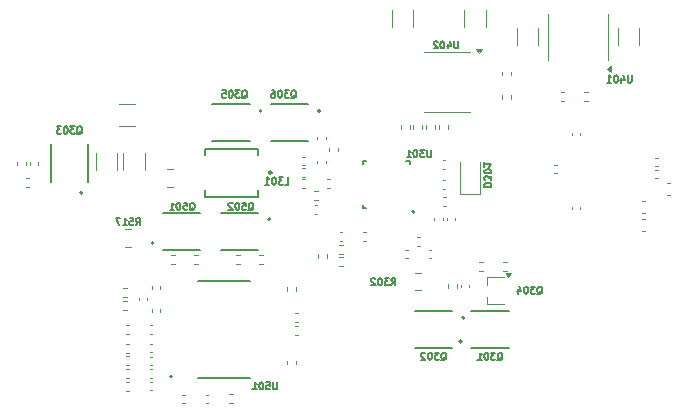
<source format=gbr>
%TF.GenerationSoftware,KiCad,Pcbnew,8.0.3*%
%TF.CreationDate,2024-09-21T22:38:29+02:00*%
%TF.ProjectId,Battery_pack,42617474-6572-4795-9f70-61636b2e6b69,1.0*%
%TF.SameCoordinates,Original*%
%TF.FileFunction,Legend,Bot*%
%TF.FilePolarity,Positive*%
%FSLAX46Y46*%
G04 Gerber Fmt 4.6, Leading zero omitted, Abs format (unit mm)*
G04 Created by KiCad (PCBNEW 8.0.3) date 2024-09-21 22:38:29*
%MOMM*%
%LPD*%
G01*
G04 APERTURE LIST*
%ADD10C,0.150000*%
%ADD11C,0.120000*%
%ADD12C,0.127000*%
%ADD13C,0.200000*%
%ADD14C,0.250000*%
G04 APERTURE END LIST*
D10*
X128333371Y-129793971D02*
X128333371Y-130279685D01*
X128333371Y-130279685D02*
X128304800Y-130336828D01*
X128304800Y-130336828D02*
X128276229Y-130365400D01*
X128276229Y-130365400D02*
X128219086Y-130393971D01*
X128219086Y-130393971D02*
X128104800Y-130393971D01*
X128104800Y-130393971D02*
X128047657Y-130365400D01*
X128047657Y-130365400D02*
X128019086Y-130336828D01*
X128019086Y-130336828D02*
X127990514Y-130279685D01*
X127990514Y-130279685D02*
X127990514Y-129793971D01*
X127419086Y-129793971D02*
X127704800Y-129793971D01*
X127704800Y-129793971D02*
X127733372Y-130079685D01*
X127733372Y-130079685D02*
X127704800Y-130051114D01*
X127704800Y-130051114D02*
X127647658Y-130022542D01*
X127647658Y-130022542D02*
X127504800Y-130022542D01*
X127504800Y-130022542D02*
X127447658Y-130051114D01*
X127447658Y-130051114D02*
X127419086Y-130079685D01*
X127419086Y-130079685D02*
X127390515Y-130136828D01*
X127390515Y-130136828D02*
X127390515Y-130279685D01*
X127390515Y-130279685D02*
X127419086Y-130336828D01*
X127419086Y-130336828D02*
X127447658Y-130365400D01*
X127447658Y-130365400D02*
X127504800Y-130393971D01*
X127504800Y-130393971D02*
X127647658Y-130393971D01*
X127647658Y-130393971D02*
X127704800Y-130365400D01*
X127704800Y-130365400D02*
X127733372Y-130336828D01*
X127019086Y-129793971D02*
X126961943Y-129793971D01*
X126961943Y-129793971D02*
X126904800Y-129822542D01*
X126904800Y-129822542D02*
X126876229Y-129851114D01*
X126876229Y-129851114D02*
X126847657Y-129908257D01*
X126847657Y-129908257D02*
X126819086Y-130022542D01*
X126819086Y-130022542D02*
X126819086Y-130165400D01*
X126819086Y-130165400D02*
X126847657Y-130279685D01*
X126847657Y-130279685D02*
X126876229Y-130336828D01*
X126876229Y-130336828D02*
X126904800Y-130365400D01*
X126904800Y-130365400D02*
X126961943Y-130393971D01*
X126961943Y-130393971D02*
X127019086Y-130393971D01*
X127019086Y-130393971D02*
X127076229Y-130365400D01*
X127076229Y-130365400D02*
X127104800Y-130336828D01*
X127104800Y-130336828D02*
X127133371Y-130279685D01*
X127133371Y-130279685D02*
X127161943Y-130165400D01*
X127161943Y-130165400D02*
X127161943Y-130022542D01*
X127161943Y-130022542D02*
X127133371Y-129908257D01*
X127133371Y-129908257D02*
X127104800Y-129851114D01*
X127104800Y-129851114D02*
X127076229Y-129822542D01*
X127076229Y-129822542D02*
X127019086Y-129793971D01*
X126247657Y-130393971D02*
X126590514Y-130393971D01*
X126419085Y-130393971D02*
X126419085Y-129793971D01*
X126419085Y-129793971D02*
X126476228Y-129879685D01*
X126476228Y-129879685D02*
X126533371Y-129936828D01*
X126533371Y-129936828D02*
X126590514Y-129965400D01*
X125901371Y-115236514D02*
X125958514Y-115207942D01*
X125958514Y-115207942D02*
X126015657Y-115150800D01*
X126015657Y-115150800D02*
X126101371Y-115065085D01*
X126101371Y-115065085D02*
X126158514Y-115036514D01*
X126158514Y-115036514D02*
X126215657Y-115036514D01*
X126187086Y-115179371D02*
X126244229Y-115150800D01*
X126244229Y-115150800D02*
X126301371Y-115093657D01*
X126301371Y-115093657D02*
X126329943Y-114979371D01*
X126329943Y-114979371D02*
X126329943Y-114779371D01*
X126329943Y-114779371D02*
X126301371Y-114665085D01*
X126301371Y-114665085D02*
X126244229Y-114607942D01*
X126244229Y-114607942D02*
X126187086Y-114579371D01*
X126187086Y-114579371D02*
X126072800Y-114579371D01*
X126072800Y-114579371D02*
X126015657Y-114607942D01*
X126015657Y-114607942D02*
X125958514Y-114665085D01*
X125958514Y-114665085D02*
X125929943Y-114779371D01*
X125929943Y-114779371D02*
X125929943Y-114979371D01*
X125929943Y-114979371D02*
X125958514Y-115093657D01*
X125958514Y-115093657D02*
X126015657Y-115150800D01*
X126015657Y-115150800D02*
X126072800Y-115179371D01*
X126072800Y-115179371D02*
X126187086Y-115179371D01*
X125387086Y-114579371D02*
X125672800Y-114579371D01*
X125672800Y-114579371D02*
X125701372Y-114865085D01*
X125701372Y-114865085D02*
X125672800Y-114836514D01*
X125672800Y-114836514D02*
X125615658Y-114807942D01*
X125615658Y-114807942D02*
X125472800Y-114807942D01*
X125472800Y-114807942D02*
X125415658Y-114836514D01*
X125415658Y-114836514D02*
X125387086Y-114865085D01*
X125387086Y-114865085D02*
X125358515Y-114922228D01*
X125358515Y-114922228D02*
X125358515Y-115065085D01*
X125358515Y-115065085D02*
X125387086Y-115122228D01*
X125387086Y-115122228D02*
X125415658Y-115150800D01*
X125415658Y-115150800D02*
X125472800Y-115179371D01*
X125472800Y-115179371D02*
X125615658Y-115179371D01*
X125615658Y-115179371D02*
X125672800Y-115150800D01*
X125672800Y-115150800D02*
X125701372Y-115122228D01*
X124987086Y-114579371D02*
X124929943Y-114579371D01*
X124929943Y-114579371D02*
X124872800Y-114607942D01*
X124872800Y-114607942D02*
X124844229Y-114636514D01*
X124844229Y-114636514D02*
X124815657Y-114693657D01*
X124815657Y-114693657D02*
X124787086Y-114807942D01*
X124787086Y-114807942D02*
X124787086Y-114950800D01*
X124787086Y-114950800D02*
X124815657Y-115065085D01*
X124815657Y-115065085D02*
X124844229Y-115122228D01*
X124844229Y-115122228D02*
X124872800Y-115150800D01*
X124872800Y-115150800D02*
X124929943Y-115179371D01*
X124929943Y-115179371D02*
X124987086Y-115179371D01*
X124987086Y-115179371D02*
X125044229Y-115150800D01*
X125044229Y-115150800D02*
X125072800Y-115122228D01*
X125072800Y-115122228D02*
X125101371Y-115065085D01*
X125101371Y-115065085D02*
X125129943Y-114950800D01*
X125129943Y-114950800D02*
X125129943Y-114807942D01*
X125129943Y-114807942D02*
X125101371Y-114693657D01*
X125101371Y-114693657D02*
X125072800Y-114636514D01*
X125072800Y-114636514D02*
X125044229Y-114607942D01*
X125044229Y-114607942D02*
X124987086Y-114579371D01*
X124558514Y-114636514D02*
X124529942Y-114607942D01*
X124529942Y-114607942D02*
X124472800Y-114579371D01*
X124472800Y-114579371D02*
X124329942Y-114579371D01*
X124329942Y-114579371D02*
X124272800Y-114607942D01*
X124272800Y-114607942D02*
X124244228Y-114636514D01*
X124244228Y-114636514D02*
X124215657Y-114693657D01*
X124215657Y-114693657D02*
X124215657Y-114750800D01*
X124215657Y-114750800D02*
X124244228Y-114836514D01*
X124244228Y-114836514D02*
X124587085Y-115179371D01*
X124587085Y-115179371D02*
X124215657Y-115179371D01*
X129508171Y-105736914D02*
X129565314Y-105708342D01*
X129565314Y-105708342D02*
X129622457Y-105651200D01*
X129622457Y-105651200D02*
X129708171Y-105565485D01*
X129708171Y-105565485D02*
X129765314Y-105536914D01*
X129765314Y-105536914D02*
X129822457Y-105536914D01*
X129793886Y-105679771D02*
X129851029Y-105651200D01*
X129851029Y-105651200D02*
X129908171Y-105594057D01*
X129908171Y-105594057D02*
X129936743Y-105479771D01*
X129936743Y-105479771D02*
X129936743Y-105279771D01*
X129936743Y-105279771D02*
X129908171Y-105165485D01*
X129908171Y-105165485D02*
X129851029Y-105108342D01*
X129851029Y-105108342D02*
X129793886Y-105079771D01*
X129793886Y-105079771D02*
X129679600Y-105079771D01*
X129679600Y-105079771D02*
X129622457Y-105108342D01*
X129622457Y-105108342D02*
X129565314Y-105165485D01*
X129565314Y-105165485D02*
X129536743Y-105279771D01*
X129536743Y-105279771D02*
X129536743Y-105479771D01*
X129536743Y-105479771D02*
X129565314Y-105594057D01*
X129565314Y-105594057D02*
X129622457Y-105651200D01*
X129622457Y-105651200D02*
X129679600Y-105679771D01*
X129679600Y-105679771D02*
X129793886Y-105679771D01*
X129336743Y-105079771D02*
X128965315Y-105079771D01*
X128965315Y-105079771D02*
X129165315Y-105308342D01*
X129165315Y-105308342D02*
X129079600Y-105308342D01*
X129079600Y-105308342D02*
X129022458Y-105336914D01*
X129022458Y-105336914D02*
X128993886Y-105365485D01*
X128993886Y-105365485D02*
X128965315Y-105422628D01*
X128965315Y-105422628D02*
X128965315Y-105565485D01*
X128965315Y-105565485D02*
X128993886Y-105622628D01*
X128993886Y-105622628D02*
X129022458Y-105651200D01*
X129022458Y-105651200D02*
X129079600Y-105679771D01*
X129079600Y-105679771D02*
X129251029Y-105679771D01*
X129251029Y-105679771D02*
X129308172Y-105651200D01*
X129308172Y-105651200D02*
X129336743Y-105622628D01*
X128593886Y-105079771D02*
X128536743Y-105079771D01*
X128536743Y-105079771D02*
X128479600Y-105108342D01*
X128479600Y-105108342D02*
X128451029Y-105136914D01*
X128451029Y-105136914D02*
X128422457Y-105194057D01*
X128422457Y-105194057D02*
X128393886Y-105308342D01*
X128393886Y-105308342D02*
X128393886Y-105451200D01*
X128393886Y-105451200D02*
X128422457Y-105565485D01*
X128422457Y-105565485D02*
X128451029Y-105622628D01*
X128451029Y-105622628D02*
X128479600Y-105651200D01*
X128479600Y-105651200D02*
X128536743Y-105679771D01*
X128536743Y-105679771D02*
X128593886Y-105679771D01*
X128593886Y-105679771D02*
X128651029Y-105651200D01*
X128651029Y-105651200D02*
X128679600Y-105622628D01*
X128679600Y-105622628D02*
X128708171Y-105565485D01*
X128708171Y-105565485D02*
X128736743Y-105451200D01*
X128736743Y-105451200D02*
X128736743Y-105308342D01*
X128736743Y-105308342D02*
X128708171Y-105194057D01*
X128708171Y-105194057D02*
X128679600Y-105136914D01*
X128679600Y-105136914D02*
X128651029Y-105108342D01*
X128651029Y-105108342D02*
X128593886Y-105079771D01*
X127879600Y-105079771D02*
X127993885Y-105079771D01*
X127993885Y-105079771D02*
X128051028Y-105108342D01*
X128051028Y-105108342D02*
X128079600Y-105136914D01*
X128079600Y-105136914D02*
X128136742Y-105222628D01*
X128136742Y-105222628D02*
X128165314Y-105336914D01*
X128165314Y-105336914D02*
X128165314Y-105565485D01*
X128165314Y-105565485D02*
X128136742Y-105622628D01*
X128136742Y-105622628D02*
X128108171Y-105651200D01*
X128108171Y-105651200D02*
X128051028Y-105679771D01*
X128051028Y-105679771D02*
X127936742Y-105679771D01*
X127936742Y-105679771D02*
X127879600Y-105651200D01*
X127879600Y-105651200D02*
X127851028Y-105622628D01*
X127851028Y-105622628D02*
X127822457Y-105565485D01*
X127822457Y-105565485D02*
X127822457Y-105422628D01*
X127822457Y-105422628D02*
X127851028Y-105365485D01*
X127851028Y-105365485D02*
X127879600Y-105336914D01*
X127879600Y-105336914D02*
X127936742Y-105308342D01*
X127936742Y-105308342D02*
X128051028Y-105308342D01*
X128051028Y-105308342D02*
X128108171Y-105336914D01*
X128108171Y-105336914D02*
X128136742Y-105365485D01*
X128136742Y-105365485D02*
X128165314Y-105422628D01*
X116393828Y-116474771D02*
X116593828Y-116189057D01*
X116736685Y-116474771D02*
X116736685Y-115874771D01*
X116736685Y-115874771D02*
X116508114Y-115874771D01*
X116508114Y-115874771D02*
X116450971Y-115903342D01*
X116450971Y-115903342D02*
X116422400Y-115931914D01*
X116422400Y-115931914D02*
X116393828Y-115989057D01*
X116393828Y-115989057D02*
X116393828Y-116074771D01*
X116393828Y-116074771D02*
X116422400Y-116131914D01*
X116422400Y-116131914D02*
X116450971Y-116160485D01*
X116450971Y-116160485D02*
X116508114Y-116189057D01*
X116508114Y-116189057D02*
X116736685Y-116189057D01*
X115850971Y-115874771D02*
X116136685Y-115874771D01*
X116136685Y-115874771D02*
X116165257Y-116160485D01*
X116165257Y-116160485D02*
X116136685Y-116131914D01*
X116136685Y-116131914D02*
X116079543Y-116103342D01*
X116079543Y-116103342D02*
X115936685Y-116103342D01*
X115936685Y-116103342D02*
X115879543Y-116131914D01*
X115879543Y-116131914D02*
X115850971Y-116160485D01*
X115850971Y-116160485D02*
X115822400Y-116217628D01*
X115822400Y-116217628D02*
X115822400Y-116360485D01*
X115822400Y-116360485D02*
X115850971Y-116417628D01*
X115850971Y-116417628D02*
X115879543Y-116446200D01*
X115879543Y-116446200D02*
X115936685Y-116474771D01*
X115936685Y-116474771D02*
X116079543Y-116474771D01*
X116079543Y-116474771D02*
X116136685Y-116446200D01*
X116136685Y-116446200D02*
X116165257Y-116417628D01*
X115250971Y-116474771D02*
X115593828Y-116474771D01*
X115422399Y-116474771D02*
X115422399Y-115874771D01*
X115422399Y-115874771D02*
X115479542Y-115960485D01*
X115479542Y-115960485D02*
X115536685Y-116017628D01*
X115536685Y-116017628D02*
X115593828Y-116046200D01*
X115050970Y-115874771D02*
X114650970Y-115874771D01*
X114650970Y-115874771D02*
X114908113Y-116474771D01*
X111372571Y-108784914D02*
X111429714Y-108756342D01*
X111429714Y-108756342D02*
X111486857Y-108699200D01*
X111486857Y-108699200D02*
X111572571Y-108613485D01*
X111572571Y-108613485D02*
X111629714Y-108584914D01*
X111629714Y-108584914D02*
X111686857Y-108584914D01*
X111658286Y-108727771D02*
X111715429Y-108699200D01*
X111715429Y-108699200D02*
X111772571Y-108642057D01*
X111772571Y-108642057D02*
X111801143Y-108527771D01*
X111801143Y-108527771D02*
X111801143Y-108327771D01*
X111801143Y-108327771D02*
X111772571Y-108213485D01*
X111772571Y-108213485D02*
X111715429Y-108156342D01*
X111715429Y-108156342D02*
X111658286Y-108127771D01*
X111658286Y-108127771D02*
X111544000Y-108127771D01*
X111544000Y-108127771D02*
X111486857Y-108156342D01*
X111486857Y-108156342D02*
X111429714Y-108213485D01*
X111429714Y-108213485D02*
X111401143Y-108327771D01*
X111401143Y-108327771D02*
X111401143Y-108527771D01*
X111401143Y-108527771D02*
X111429714Y-108642057D01*
X111429714Y-108642057D02*
X111486857Y-108699200D01*
X111486857Y-108699200D02*
X111544000Y-108727771D01*
X111544000Y-108727771D02*
X111658286Y-108727771D01*
X111201143Y-108127771D02*
X110829715Y-108127771D01*
X110829715Y-108127771D02*
X111029715Y-108356342D01*
X111029715Y-108356342D02*
X110944000Y-108356342D01*
X110944000Y-108356342D02*
X110886858Y-108384914D01*
X110886858Y-108384914D02*
X110858286Y-108413485D01*
X110858286Y-108413485D02*
X110829715Y-108470628D01*
X110829715Y-108470628D02*
X110829715Y-108613485D01*
X110829715Y-108613485D02*
X110858286Y-108670628D01*
X110858286Y-108670628D02*
X110886858Y-108699200D01*
X110886858Y-108699200D02*
X110944000Y-108727771D01*
X110944000Y-108727771D02*
X111115429Y-108727771D01*
X111115429Y-108727771D02*
X111172572Y-108699200D01*
X111172572Y-108699200D02*
X111201143Y-108670628D01*
X110458286Y-108127771D02*
X110401143Y-108127771D01*
X110401143Y-108127771D02*
X110344000Y-108156342D01*
X110344000Y-108156342D02*
X110315429Y-108184914D01*
X110315429Y-108184914D02*
X110286857Y-108242057D01*
X110286857Y-108242057D02*
X110258286Y-108356342D01*
X110258286Y-108356342D02*
X110258286Y-108499200D01*
X110258286Y-108499200D02*
X110286857Y-108613485D01*
X110286857Y-108613485D02*
X110315429Y-108670628D01*
X110315429Y-108670628D02*
X110344000Y-108699200D01*
X110344000Y-108699200D02*
X110401143Y-108727771D01*
X110401143Y-108727771D02*
X110458286Y-108727771D01*
X110458286Y-108727771D02*
X110515429Y-108699200D01*
X110515429Y-108699200D02*
X110544000Y-108670628D01*
X110544000Y-108670628D02*
X110572571Y-108613485D01*
X110572571Y-108613485D02*
X110601143Y-108499200D01*
X110601143Y-108499200D02*
X110601143Y-108356342D01*
X110601143Y-108356342D02*
X110572571Y-108242057D01*
X110572571Y-108242057D02*
X110544000Y-108184914D01*
X110544000Y-108184914D02*
X110515429Y-108156342D01*
X110515429Y-108156342D02*
X110458286Y-108127771D01*
X110058285Y-108127771D02*
X109686857Y-108127771D01*
X109686857Y-108127771D02*
X109886857Y-108356342D01*
X109886857Y-108356342D02*
X109801142Y-108356342D01*
X109801142Y-108356342D02*
X109744000Y-108384914D01*
X109744000Y-108384914D02*
X109715428Y-108413485D01*
X109715428Y-108413485D02*
X109686857Y-108470628D01*
X109686857Y-108470628D02*
X109686857Y-108613485D01*
X109686857Y-108613485D02*
X109715428Y-108670628D01*
X109715428Y-108670628D02*
X109744000Y-108699200D01*
X109744000Y-108699200D02*
X109801142Y-108727771D01*
X109801142Y-108727771D02*
X109972571Y-108727771D01*
X109972571Y-108727771D02*
X110029714Y-108699200D01*
X110029714Y-108699200D02*
X110058285Y-108670628D01*
X138009228Y-121554771D02*
X138209228Y-121269057D01*
X138352085Y-121554771D02*
X138352085Y-120954771D01*
X138352085Y-120954771D02*
X138123514Y-120954771D01*
X138123514Y-120954771D02*
X138066371Y-120983342D01*
X138066371Y-120983342D02*
X138037800Y-121011914D01*
X138037800Y-121011914D02*
X138009228Y-121069057D01*
X138009228Y-121069057D02*
X138009228Y-121154771D01*
X138009228Y-121154771D02*
X138037800Y-121211914D01*
X138037800Y-121211914D02*
X138066371Y-121240485D01*
X138066371Y-121240485D02*
X138123514Y-121269057D01*
X138123514Y-121269057D02*
X138352085Y-121269057D01*
X137809228Y-120954771D02*
X137437800Y-120954771D01*
X137437800Y-120954771D02*
X137637800Y-121183342D01*
X137637800Y-121183342D02*
X137552085Y-121183342D01*
X137552085Y-121183342D02*
X137494943Y-121211914D01*
X137494943Y-121211914D02*
X137466371Y-121240485D01*
X137466371Y-121240485D02*
X137437800Y-121297628D01*
X137437800Y-121297628D02*
X137437800Y-121440485D01*
X137437800Y-121440485D02*
X137466371Y-121497628D01*
X137466371Y-121497628D02*
X137494943Y-121526200D01*
X137494943Y-121526200D02*
X137552085Y-121554771D01*
X137552085Y-121554771D02*
X137723514Y-121554771D01*
X137723514Y-121554771D02*
X137780657Y-121526200D01*
X137780657Y-121526200D02*
X137809228Y-121497628D01*
X137066371Y-120954771D02*
X137009228Y-120954771D01*
X137009228Y-120954771D02*
X136952085Y-120983342D01*
X136952085Y-120983342D02*
X136923514Y-121011914D01*
X136923514Y-121011914D02*
X136894942Y-121069057D01*
X136894942Y-121069057D02*
X136866371Y-121183342D01*
X136866371Y-121183342D02*
X136866371Y-121326200D01*
X136866371Y-121326200D02*
X136894942Y-121440485D01*
X136894942Y-121440485D02*
X136923514Y-121497628D01*
X136923514Y-121497628D02*
X136952085Y-121526200D01*
X136952085Y-121526200D02*
X137009228Y-121554771D01*
X137009228Y-121554771D02*
X137066371Y-121554771D01*
X137066371Y-121554771D02*
X137123514Y-121526200D01*
X137123514Y-121526200D02*
X137152085Y-121497628D01*
X137152085Y-121497628D02*
X137180656Y-121440485D01*
X137180656Y-121440485D02*
X137209228Y-121326200D01*
X137209228Y-121326200D02*
X137209228Y-121183342D01*
X137209228Y-121183342D02*
X137180656Y-121069057D01*
X137180656Y-121069057D02*
X137152085Y-121011914D01*
X137152085Y-121011914D02*
X137123514Y-120983342D01*
X137123514Y-120983342D02*
X137066371Y-120954771D01*
X136637799Y-121011914D02*
X136609227Y-120983342D01*
X136609227Y-120983342D02*
X136552085Y-120954771D01*
X136552085Y-120954771D02*
X136409227Y-120954771D01*
X136409227Y-120954771D02*
X136352085Y-120983342D01*
X136352085Y-120983342D02*
X136323513Y-121011914D01*
X136323513Y-121011914D02*
X136294942Y-121069057D01*
X136294942Y-121069057D02*
X136294942Y-121126200D01*
X136294942Y-121126200D02*
X136323513Y-121211914D01*
X136323513Y-121211914D02*
X136666370Y-121554771D01*
X136666370Y-121554771D02*
X136294942Y-121554771D01*
X158356171Y-103809771D02*
X158356171Y-104295485D01*
X158356171Y-104295485D02*
X158327600Y-104352628D01*
X158327600Y-104352628D02*
X158299029Y-104381200D01*
X158299029Y-104381200D02*
X158241886Y-104409771D01*
X158241886Y-104409771D02*
X158127600Y-104409771D01*
X158127600Y-104409771D02*
X158070457Y-104381200D01*
X158070457Y-104381200D02*
X158041886Y-104352628D01*
X158041886Y-104352628D02*
X158013314Y-104295485D01*
X158013314Y-104295485D02*
X158013314Y-103809771D01*
X157470458Y-104009771D02*
X157470458Y-104409771D01*
X157613315Y-103781200D02*
X157756172Y-104209771D01*
X157756172Y-104209771D02*
X157384743Y-104209771D01*
X157041886Y-103809771D02*
X156984743Y-103809771D01*
X156984743Y-103809771D02*
X156927600Y-103838342D01*
X156927600Y-103838342D02*
X156899029Y-103866914D01*
X156899029Y-103866914D02*
X156870457Y-103924057D01*
X156870457Y-103924057D02*
X156841886Y-104038342D01*
X156841886Y-104038342D02*
X156841886Y-104181200D01*
X156841886Y-104181200D02*
X156870457Y-104295485D01*
X156870457Y-104295485D02*
X156899029Y-104352628D01*
X156899029Y-104352628D02*
X156927600Y-104381200D01*
X156927600Y-104381200D02*
X156984743Y-104409771D01*
X156984743Y-104409771D02*
X157041886Y-104409771D01*
X157041886Y-104409771D02*
X157099029Y-104381200D01*
X157099029Y-104381200D02*
X157127600Y-104352628D01*
X157127600Y-104352628D02*
X157156171Y-104295485D01*
X157156171Y-104295485D02*
X157184743Y-104181200D01*
X157184743Y-104181200D02*
X157184743Y-104038342D01*
X157184743Y-104038342D02*
X157156171Y-103924057D01*
X157156171Y-103924057D02*
X157127600Y-103866914D01*
X157127600Y-103866914D02*
X157099029Y-103838342D01*
X157099029Y-103838342D02*
X157041886Y-103809771D01*
X156270457Y-104409771D02*
X156613314Y-104409771D01*
X156441885Y-104409771D02*
X156441885Y-103809771D01*
X156441885Y-103809771D02*
X156499028Y-103895485D01*
X156499028Y-103895485D02*
X156556171Y-103952628D01*
X156556171Y-103952628D02*
X156613314Y-103981200D01*
X150336171Y-122348514D02*
X150393314Y-122319942D01*
X150393314Y-122319942D02*
X150450457Y-122262800D01*
X150450457Y-122262800D02*
X150536171Y-122177085D01*
X150536171Y-122177085D02*
X150593314Y-122148514D01*
X150593314Y-122148514D02*
X150650457Y-122148514D01*
X150621886Y-122291371D02*
X150679029Y-122262800D01*
X150679029Y-122262800D02*
X150736171Y-122205657D01*
X150736171Y-122205657D02*
X150764743Y-122091371D01*
X150764743Y-122091371D02*
X150764743Y-121891371D01*
X150764743Y-121891371D02*
X150736171Y-121777085D01*
X150736171Y-121777085D02*
X150679029Y-121719942D01*
X150679029Y-121719942D02*
X150621886Y-121691371D01*
X150621886Y-121691371D02*
X150507600Y-121691371D01*
X150507600Y-121691371D02*
X150450457Y-121719942D01*
X150450457Y-121719942D02*
X150393314Y-121777085D01*
X150393314Y-121777085D02*
X150364743Y-121891371D01*
X150364743Y-121891371D02*
X150364743Y-122091371D01*
X150364743Y-122091371D02*
X150393314Y-122205657D01*
X150393314Y-122205657D02*
X150450457Y-122262800D01*
X150450457Y-122262800D02*
X150507600Y-122291371D01*
X150507600Y-122291371D02*
X150621886Y-122291371D01*
X150164743Y-121691371D02*
X149793315Y-121691371D01*
X149793315Y-121691371D02*
X149993315Y-121919942D01*
X149993315Y-121919942D02*
X149907600Y-121919942D01*
X149907600Y-121919942D02*
X149850458Y-121948514D01*
X149850458Y-121948514D02*
X149821886Y-121977085D01*
X149821886Y-121977085D02*
X149793315Y-122034228D01*
X149793315Y-122034228D02*
X149793315Y-122177085D01*
X149793315Y-122177085D02*
X149821886Y-122234228D01*
X149821886Y-122234228D02*
X149850458Y-122262800D01*
X149850458Y-122262800D02*
X149907600Y-122291371D01*
X149907600Y-122291371D02*
X150079029Y-122291371D01*
X150079029Y-122291371D02*
X150136172Y-122262800D01*
X150136172Y-122262800D02*
X150164743Y-122234228D01*
X149421886Y-121691371D02*
X149364743Y-121691371D01*
X149364743Y-121691371D02*
X149307600Y-121719942D01*
X149307600Y-121719942D02*
X149279029Y-121748514D01*
X149279029Y-121748514D02*
X149250457Y-121805657D01*
X149250457Y-121805657D02*
X149221886Y-121919942D01*
X149221886Y-121919942D02*
X149221886Y-122062800D01*
X149221886Y-122062800D02*
X149250457Y-122177085D01*
X149250457Y-122177085D02*
X149279029Y-122234228D01*
X149279029Y-122234228D02*
X149307600Y-122262800D01*
X149307600Y-122262800D02*
X149364743Y-122291371D01*
X149364743Y-122291371D02*
X149421886Y-122291371D01*
X149421886Y-122291371D02*
X149479029Y-122262800D01*
X149479029Y-122262800D02*
X149507600Y-122234228D01*
X149507600Y-122234228D02*
X149536171Y-122177085D01*
X149536171Y-122177085D02*
X149564743Y-122062800D01*
X149564743Y-122062800D02*
X149564743Y-121919942D01*
X149564743Y-121919942D02*
X149536171Y-121805657D01*
X149536171Y-121805657D02*
X149507600Y-121748514D01*
X149507600Y-121748514D02*
X149479029Y-121719942D01*
X149479029Y-121719942D02*
X149421886Y-121691371D01*
X148707600Y-121891371D02*
X148707600Y-122291371D01*
X148850457Y-121662800D02*
X148993314Y-122091371D01*
X148993314Y-122091371D02*
X148621885Y-122091371D01*
X146983371Y-127936514D02*
X147040514Y-127907942D01*
X147040514Y-127907942D02*
X147097657Y-127850800D01*
X147097657Y-127850800D02*
X147183371Y-127765085D01*
X147183371Y-127765085D02*
X147240514Y-127736514D01*
X147240514Y-127736514D02*
X147297657Y-127736514D01*
X147269086Y-127879371D02*
X147326229Y-127850800D01*
X147326229Y-127850800D02*
X147383371Y-127793657D01*
X147383371Y-127793657D02*
X147411943Y-127679371D01*
X147411943Y-127679371D02*
X147411943Y-127479371D01*
X147411943Y-127479371D02*
X147383371Y-127365085D01*
X147383371Y-127365085D02*
X147326229Y-127307942D01*
X147326229Y-127307942D02*
X147269086Y-127279371D01*
X147269086Y-127279371D02*
X147154800Y-127279371D01*
X147154800Y-127279371D02*
X147097657Y-127307942D01*
X147097657Y-127307942D02*
X147040514Y-127365085D01*
X147040514Y-127365085D02*
X147011943Y-127479371D01*
X147011943Y-127479371D02*
X147011943Y-127679371D01*
X147011943Y-127679371D02*
X147040514Y-127793657D01*
X147040514Y-127793657D02*
X147097657Y-127850800D01*
X147097657Y-127850800D02*
X147154800Y-127879371D01*
X147154800Y-127879371D02*
X147269086Y-127879371D01*
X146811943Y-127279371D02*
X146440515Y-127279371D01*
X146440515Y-127279371D02*
X146640515Y-127507942D01*
X146640515Y-127507942D02*
X146554800Y-127507942D01*
X146554800Y-127507942D02*
X146497658Y-127536514D01*
X146497658Y-127536514D02*
X146469086Y-127565085D01*
X146469086Y-127565085D02*
X146440515Y-127622228D01*
X146440515Y-127622228D02*
X146440515Y-127765085D01*
X146440515Y-127765085D02*
X146469086Y-127822228D01*
X146469086Y-127822228D02*
X146497658Y-127850800D01*
X146497658Y-127850800D02*
X146554800Y-127879371D01*
X146554800Y-127879371D02*
X146726229Y-127879371D01*
X146726229Y-127879371D02*
X146783372Y-127850800D01*
X146783372Y-127850800D02*
X146811943Y-127822228D01*
X146069086Y-127279371D02*
X146011943Y-127279371D01*
X146011943Y-127279371D02*
X145954800Y-127307942D01*
X145954800Y-127307942D02*
X145926229Y-127336514D01*
X145926229Y-127336514D02*
X145897657Y-127393657D01*
X145897657Y-127393657D02*
X145869086Y-127507942D01*
X145869086Y-127507942D02*
X145869086Y-127650800D01*
X145869086Y-127650800D02*
X145897657Y-127765085D01*
X145897657Y-127765085D02*
X145926229Y-127822228D01*
X145926229Y-127822228D02*
X145954800Y-127850800D01*
X145954800Y-127850800D02*
X146011943Y-127879371D01*
X146011943Y-127879371D02*
X146069086Y-127879371D01*
X146069086Y-127879371D02*
X146126229Y-127850800D01*
X146126229Y-127850800D02*
X146154800Y-127822228D01*
X146154800Y-127822228D02*
X146183371Y-127765085D01*
X146183371Y-127765085D02*
X146211943Y-127650800D01*
X146211943Y-127650800D02*
X146211943Y-127507942D01*
X146211943Y-127507942D02*
X146183371Y-127393657D01*
X146183371Y-127393657D02*
X146154800Y-127336514D01*
X146154800Y-127336514D02*
X146126229Y-127307942D01*
X146126229Y-127307942D02*
X146069086Y-127279371D01*
X145297657Y-127879371D02*
X145640514Y-127879371D01*
X145469085Y-127879371D02*
X145469085Y-127279371D01*
X145469085Y-127279371D02*
X145526228Y-127365085D01*
X145526228Y-127365085D02*
X145583371Y-127422228D01*
X145583371Y-127422228D02*
X145640514Y-127450800D01*
X145881828Y-113231485D02*
X146481828Y-113231485D01*
X146481828Y-113231485D02*
X146481828Y-113088628D01*
X146481828Y-113088628D02*
X146453257Y-113002914D01*
X146453257Y-113002914D02*
X146396114Y-112945771D01*
X146396114Y-112945771D02*
X146338971Y-112917200D01*
X146338971Y-112917200D02*
X146224685Y-112888628D01*
X146224685Y-112888628D02*
X146138971Y-112888628D01*
X146138971Y-112888628D02*
X146024685Y-112917200D01*
X146024685Y-112917200D02*
X145967542Y-112945771D01*
X145967542Y-112945771D02*
X145910400Y-113002914D01*
X145910400Y-113002914D02*
X145881828Y-113088628D01*
X145881828Y-113088628D02*
X145881828Y-113231485D01*
X146481828Y-112688628D02*
X146481828Y-112317200D01*
X146481828Y-112317200D02*
X146253257Y-112517200D01*
X146253257Y-112517200D02*
X146253257Y-112431485D01*
X146253257Y-112431485D02*
X146224685Y-112374343D01*
X146224685Y-112374343D02*
X146196114Y-112345771D01*
X146196114Y-112345771D02*
X146138971Y-112317200D01*
X146138971Y-112317200D02*
X145996114Y-112317200D01*
X145996114Y-112317200D02*
X145938971Y-112345771D01*
X145938971Y-112345771D02*
X145910400Y-112374343D01*
X145910400Y-112374343D02*
X145881828Y-112431485D01*
X145881828Y-112431485D02*
X145881828Y-112602914D01*
X145881828Y-112602914D02*
X145910400Y-112660057D01*
X145910400Y-112660057D02*
X145938971Y-112688628D01*
X146481828Y-111945771D02*
X146481828Y-111888628D01*
X146481828Y-111888628D02*
X146453257Y-111831485D01*
X146453257Y-111831485D02*
X146424685Y-111802914D01*
X146424685Y-111802914D02*
X146367542Y-111774342D01*
X146367542Y-111774342D02*
X146253257Y-111745771D01*
X146253257Y-111745771D02*
X146110400Y-111745771D01*
X146110400Y-111745771D02*
X145996114Y-111774342D01*
X145996114Y-111774342D02*
X145938971Y-111802914D01*
X145938971Y-111802914D02*
X145910400Y-111831485D01*
X145910400Y-111831485D02*
X145881828Y-111888628D01*
X145881828Y-111888628D02*
X145881828Y-111945771D01*
X145881828Y-111945771D02*
X145910400Y-112002914D01*
X145910400Y-112002914D02*
X145938971Y-112031485D01*
X145938971Y-112031485D02*
X145996114Y-112060056D01*
X145996114Y-112060056D02*
X146110400Y-112088628D01*
X146110400Y-112088628D02*
X146253257Y-112088628D01*
X146253257Y-112088628D02*
X146367542Y-112060056D01*
X146367542Y-112060056D02*
X146424685Y-112031485D01*
X146424685Y-112031485D02*
X146453257Y-112002914D01*
X146453257Y-112002914D02*
X146481828Y-111945771D01*
X145881828Y-111174342D02*
X145881828Y-111517199D01*
X145881828Y-111345770D02*
X146481828Y-111345770D01*
X146481828Y-111345770D02*
X146396114Y-111402913D01*
X146396114Y-111402913D02*
X146338971Y-111460056D01*
X146338971Y-111460056D02*
X146310400Y-111517199D01*
X128992228Y-113045771D02*
X129277942Y-113045771D01*
X129277942Y-113045771D02*
X129277942Y-112445771D01*
X128849371Y-112445771D02*
X128477943Y-112445771D01*
X128477943Y-112445771D02*
X128677943Y-112674342D01*
X128677943Y-112674342D02*
X128592228Y-112674342D01*
X128592228Y-112674342D02*
X128535086Y-112702914D01*
X128535086Y-112702914D02*
X128506514Y-112731485D01*
X128506514Y-112731485D02*
X128477943Y-112788628D01*
X128477943Y-112788628D02*
X128477943Y-112931485D01*
X128477943Y-112931485D02*
X128506514Y-112988628D01*
X128506514Y-112988628D02*
X128535086Y-113017200D01*
X128535086Y-113017200D02*
X128592228Y-113045771D01*
X128592228Y-113045771D02*
X128763657Y-113045771D01*
X128763657Y-113045771D02*
X128820800Y-113017200D01*
X128820800Y-113017200D02*
X128849371Y-112988628D01*
X128106514Y-112445771D02*
X128049371Y-112445771D01*
X128049371Y-112445771D02*
X127992228Y-112474342D01*
X127992228Y-112474342D02*
X127963657Y-112502914D01*
X127963657Y-112502914D02*
X127935085Y-112560057D01*
X127935085Y-112560057D02*
X127906514Y-112674342D01*
X127906514Y-112674342D02*
X127906514Y-112817200D01*
X127906514Y-112817200D02*
X127935085Y-112931485D01*
X127935085Y-112931485D02*
X127963657Y-112988628D01*
X127963657Y-112988628D02*
X127992228Y-113017200D01*
X127992228Y-113017200D02*
X128049371Y-113045771D01*
X128049371Y-113045771D02*
X128106514Y-113045771D01*
X128106514Y-113045771D02*
X128163657Y-113017200D01*
X128163657Y-113017200D02*
X128192228Y-112988628D01*
X128192228Y-112988628D02*
X128220799Y-112931485D01*
X128220799Y-112931485D02*
X128249371Y-112817200D01*
X128249371Y-112817200D02*
X128249371Y-112674342D01*
X128249371Y-112674342D02*
X128220799Y-112560057D01*
X128220799Y-112560057D02*
X128192228Y-112502914D01*
X128192228Y-112502914D02*
X128163657Y-112474342D01*
X128163657Y-112474342D02*
X128106514Y-112445771D01*
X127335085Y-113045771D02*
X127677942Y-113045771D01*
X127506513Y-113045771D02*
X127506513Y-112445771D01*
X127506513Y-112445771D02*
X127563656Y-112531485D01*
X127563656Y-112531485D02*
X127620799Y-112588628D01*
X127620799Y-112588628D02*
X127677942Y-112617200D01*
X120922971Y-115236514D02*
X120980114Y-115207942D01*
X120980114Y-115207942D02*
X121037257Y-115150800D01*
X121037257Y-115150800D02*
X121122971Y-115065085D01*
X121122971Y-115065085D02*
X121180114Y-115036514D01*
X121180114Y-115036514D02*
X121237257Y-115036514D01*
X121208686Y-115179371D02*
X121265829Y-115150800D01*
X121265829Y-115150800D02*
X121322971Y-115093657D01*
X121322971Y-115093657D02*
X121351543Y-114979371D01*
X121351543Y-114979371D02*
X121351543Y-114779371D01*
X121351543Y-114779371D02*
X121322971Y-114665085D01*
X121322971Y-114665085D02*
X121265829Y-114607942D01*
X121265829Y-114607942D02*
X121208686Y-114579371D01*
X121208686Y-114579371D02*
X121094400Y-114579371D01*
X121094400Y-114579371D02*
X121037257Y-114607942D01*
X121037257Y-114607942D02*
X120980114Y-114665085D01*
X120980114Y-114665085D02*
X120951543Y-114779371D01*
X120951543Y-114779371D02*
X120951543Y-114979371D01*
X120951543Y-114979371D02*
X120980114Y-115093657D01*
X120980114Y-115093657D02*
X121037257Y-115150800D01*
X121037257Y-115150800D02*
X121094400Y-115179371D01*
X121094400Y-115179371D02*
X121208686Y-115179371D01*
X120408686Y-114579371D02*
X120694400Y-114579371D01*
X120694400Y-114579371D02*
X120722972Y-114865085D01*
X120722972Y-114865085D02*
X120694400Y-114836514D01*
X120694400Y-114836514D02*
X120637258Y-114807942D01*
X120637258Y-114807942D02*
X120494400Y-114807942D01*
X120494400Y-114807942D02*
X120437258Y-114836514D01*
X120437258Y-114836514D02*
X120408686Y-114865085D01*
X120408686Y-114865085D02*
X120380115Y-114922228D01*
X120380115Y-114922228D02*
X120380115Y-115065085D01*
X120380115Y-115065085D02*
X120408686Y-115122228D01*
X120408686Y-115122228D02*
X120437258Y-115150800D01*
X120437258Y-115150800D02*
X120494400Y-115179371D01*
X120494400Y-115179371D02*
X120637258Y-115179371D01*
X120637258Y-115179371D02*
X120694400Y-115150800D01*
X120694400Y-115150800D02*
X120722972Y-115122228D01*
X120008686Y-114579371D02*
X119951543Y-114579371D01*
X119951543Y-114579371D02*
X119894400Y-114607942D01*
X119894400Y-114607942D02*
X119865829Y-114636514D01*
X119865829Y-114636514D02*
X119837257Y-114693657D01*
X119837257Y-114693657D02*
X119808686Y-114807942D01*
X119808686Y-114807942D02*
X119808686Y-114950800D01*
X119808686Y-114950800D02*
X119837257Y-115065085D01*
X119837257Y-115065085D02*
X119865829Y-115122228D01*
X119865829Y-115122228D02*
X119894400Y-115150800D01*
X119894400Y-115150800D02*
X119951543Y-115179371D01*
X119951543Y-115179371D02*
X120008686Y-115179371D01*
X120008686Y-115179371D02*
X120065829Y-115150800D01*
X120065829Y-115150800D02*
X120094400Y-115122228D01*
X120094400Y-115122228D02*
X120122971Y-115065085D01*
X120122971Y-115065085D02*
X120151543Y-114950800D01*
X120151543Y-114950800D02*
X120151543Y-114807942D01*
X120151543Y-114807942D02*
X120122971Y-114693657D01*
X120122971Y-114693657D02*
X120094400Y-114636514D01*
X120094400Y-114636514D02*
X120065829Y-114607942D01*
X120065829Y-114607942D02*
X120008686Y-114579371D01*
X119237257Y-115179371D02*
X119580114Y-115179371D01*
X119408685Y-115179371D02*
X119408685Y-114579371D01*
X119408685Y-114579371D02*
X119465828Y-114665085D01*
X119465828Y-114665085D02*
X119522971Y-114722228D01*
X119522971Y-114722228D02*
X119580114Y-114750800D01*
X143674971Y-100914171D02*
X143674971Y-101399885D01*
X143674971Y-101399885D02*
X143646400Y-101457028D01*
X143646400Y-101457028D02*
X143617829Y-101485600D01*
X143617829Y-101485600D02*
X143560686Y-101514171D01*
X143560686Y-101514171D02*
X143446400Y-101514171D01*
X143446400Y-101514171D02*
X143389257Y-101485600D01*
X143389257Y-101485600D02*
X143360686Y-101457028D01*
X143360686Y-101457028D02*
X143332114Y-101399885D01*
X143332114Y-101399885D02*
X143332114Y-100914171D01*
X142789258Y-101114171D02*
X142789258Y-101514171D01*
X142932115Y-100885600D02*
X143074972Y-101314171D01*
X143074972Y-101314171D02*
X142703543Y-101314171D01*
X142360686Y-100914171D02*
X142303543Y-100914171D01*
X142303543Y-100914171D02*
X142246400Y-100942742D01*
X142246400Y-100942742D02*
X142217829Y-100971314D01*
X142217829Y-100971314D02*
X142189257Y-101028457D01*
X142189257Y-101028457D02*
X142160686Y-101142742D01*
X142160686Y-101142742D02*
X142160686Y-101285600D01*
X142160686Y-101285600D02*
X142189257Y-101399885D01*
X142189257Y-101399885D02*
X142217829Y-101457028D01*
X142217829Y-101457028D02*
X142246400Y-101485600D01*
X142246400Y-101485600D02*
X142303543Y-101514171D01*
X142303543Y-101514171D02*
X142360686Y-101514171D01*
X142360686Y-101514171D02*
X142417829Y-101485600D01*
X142417829Y-101485600D02*
X142446400Y-101457028D01*
X142446400Y-101457028D02*
X142474971Y-101399885D01*
X142474971Y-101399885D02*
X142503543Y-101285600D01*
X142503543Y-101285600D02*
X142503543Y-101142742D01*
X142503543Y-101142742D02*
X142474971Y-101028457D01*
X142474971Y-101028457D02*
X142446400Y-100971314D01*
X142446400Y-100971314D02*
X142417829Y-100942742D01*
X142417829Y-100942742D02*
X142360686Y-100914171D01*
X141932114Y-100971314D02*
X141903542Y-100942742D01*
X141903542Y-100942742D02*
X141846400Y-100914171D01*
X141846400Y-100914171D02*
X141703542Y-100914171D01*
X141703542Y-100914171D02*
X141646400Y-100942742D01*
X141646400Y-100942742D02*
X141617828Y-100971314D01*
X141617828Y-100971314D02*
X141589257Y-101028457D01*
X141589257Y-101028457D02*
X141589257Y-101085600D01*
X141589257Y-101085600D02*
X141617828Y-101171314D01*
X141617828Y-101171314D02*
X141960685Y-101514171D01*
X141960685Y-101514171D02*
X141589257Y-101514171D01*
X125342571Y-105735628D02*
X125399714Y-105707056D01*
X125399714Y-105707056D02*
X125456857Y-105649914D01*
X125456857Y-105649914D02*
X125542571Y-105564199D01*
X125542571Y-105564199D02*
X125599714Y-105535628D01*
X125599714Y-105535628D02*
X125656857Y-105535628D01*
X125628286Y-105678485D02*
X125685429Y-105649914D01*
X125685429Y-105649914D02*
X125742571Y-105592771D01*
X125742571Y-105592771D02*
X125771143Y-105478485D01*
X125771143Y-105478485D02*
X125771143Y-105278485D01*
X125771143Y-105278485D02*
X125742571Y-105164199D01*
X125742571Y-105164199D02*
X125685429Y-105107056D01*
X125685429Y-105107056D02*
X125628286Y-105078485D01*
X125628286Y-105078485D02*
X125514000Y-105078485D01*
X125514000Y-105078485D02*
X125456857Y-105107056D01*
X125456857Y-105107056D02*
X125399714Y-105164199D01*
X125399714Y-105164199D02*
X125371143Y-105278485D01*
X125371143Y-105278485D02*
X125371143Y-105478485D01*
X125371143Y-105478485D02*
X125399714Y-105592771D01*
X125399714Y-105592771D02*
X125456857Y-105649914D01*
X125456857Y-105649914D02*
X125514000Y-105678485D01*
X125514000Y-105678485D02*
X125628286Y-105678485D01*
X125171143Y-105078485D02*
X124799715Y-105078485D01*
X124799715Y-105078485D02*
X124999715Y-105307056D01*
X124999715Y-105307056D02*
X124914000Y-105307056D01*
X124914000Y-105307056D02*
X124856858Y-105335628D01*
X124856858Y-105335628D02*
X124828286Y-105364199D01*
X124828286Y-105364199D02*
X124799715Y-105421342D01*
X124799715Y-105421342D02*
X124799715Y-105564199D01*
X124799715Y-105564199D02*
X124828286Y-105621342D01*
X124828286Y-105621342D02*
X124856858Y-105649914D01*
X124856858Y-105649914D02*
X124914000Y-105678485D01*
X124914000Y-105678485D02*
X125085429Y-105678485D01*
X125085429Y-105678485D02*
X125142572Y-105649914D01*
X125142572Y-105649914D02*
X125171143Y-105621342D01*
X124428286Y-105078485D02*
X124371143Y-105078485D01*
X124371143Y-105078485D02*
X124314000Y-105107056D01*
X124314000Y-105107056D02*
X124285429Y-105135628D01*
X124285429Y-105135628D02*
X124256857Y-105192771D01*
X124256857Y-105192771D02*
X124228286Y-105307056D01*
X124228286Y-105307056D02*
X124228286Y-105449914D01*
X124228286Y-105449914D02*
X124256857Y-105564199D01*
X124256857Y-105564199D02*
X124285429Y-105621342D01*
X124285429Y-105621342D02*
X124314000Y-105649914D01*
X124314000Y-105649914D02*
X124371143Y-105678485D01*
X124371143Y-105678485D02*
X124428286Y-105678485D01*
X124428286Y-105678485D02*
X124485429Y-105649914D01*
X124485429Y-105649914D02*
X124514000Y-105621342D01*
X124514000Y-105621342D02*
X124542571Y-105564199D01*
X124542571Y-105564199D02*
X124571143Y-105449914D01*
X124571143Y-105449914D02*
X124571143Y-105307056D01*
X124571143Y-105307056D02*
X124542571Y-105192771D01*
X124542571Y-105192771D02*
X124514000Y-105135628D01*
X124514000Y-105135628D02*
X124485429Y-105107056D01*
X124485429Y-105107056D02*
X124428286Y-105078485D01*
X123685428Y-105078485D02*
X123971142Y-105078485D01*
X123971142Y-105078485D02*
X123999714Y-105364199D01*
X123999714Y-105364199D02*
X123971142Y-105335628D01*
X123971142Y-105335628D02*
X123914000Y-105307056D01*
X123914000Y-105307056D02*
X123771142Y-105307056D01*
X123771142Y-105307056D02*
X123714000Y-105335628D01*
X123714000Y-105335628D02*
X123685428Y-105364199D01*
X123685428Y-105364199D02*
X123656857Y-105421342D01*
X123656857Y-105421342D02*
X123656857Y-105564199D01*
X123656857Y-105564199D02*
X123685428Y-105621342D01*
X123685428Y-105621342D02*
X123714000Y-105649914D01*
X123714000Y-105649914D02*
X123771142Y-105678485D01*
X123771142Y-105678485D02*
X123914000Y-105678485D01*
X123914000Y-105678485D02*
X123971142Y-105649914D01*
X123971142Y-105649914D02*
X123999714Y-105621342D01*
X142208171Y-127936514D02*
X142265314Y-127907942D01*
X142265314Y-127907942D02*
X142322457Y-127850800D01*
X142322457Y-127850800D02*
X142408171Y-127765085D01*
X142408171Y-127765085D02*
X142465314Y-127736514D01*
X142465314Y-127736514D02*
X142522457Y-127736514D01*
X142493886Y-127879371D02*
X142551029Y-127850800D01*
X142551029Y-127850800D02*
X142608171Y-127793657D01*
X142608171Y-127793657D02*
X142636743Y-127679371D01*
X142636743Y-127679371D02*
X142636743Y-127479371D01*
X142636743Y-127479371D02*
X142608171Y-127365085D01*
X142608171Y-127365085D02*
X142551029Y-127307942D01*
X142551029Y-127307942D02*
X142493886Y-127279371D01*
X142493886Y-127279371D02*
X142379600Y-127279371D01*
X142379600Y-127279371D02*
X142322457Y-127307942D01*
X142322457Y-127307942D02*
X142265314Y-127365085D01*
X142265314Y-127365085D02*
X142236743Y-127479371D01*
X142236743Y-127479371D02*
X142236743Y-127679371D01*
X142236743Y-127679371D02*
X142265314Y-127793657D01*
X142265314Y-127793657D02*
X142322457Y-127850800D01*
X142322457Y-127850800D02*
X142379600Y-127879371D01*
X142379600Y-127879371D02*
X142493886Y-127879371D01*
X142036743Y-127279371D02*
X141665315Y-127279371D01*
X141665315Y-127279371D02*
X141865315Y-127507942D01*
X141865315Y-127507942D02*
X141779600Y-127507942D01*
X141779600Y-127507942D02*
X141722458Y-127536514D01*
X141722458Y-127536514D02*
X141693886Y-127565085D01*
X141693886Y-127565085D02*
X141665315Y-127622228D01*
X141665315Y-127622228D02*
X141665315Y-127765085D01*
X141665315Y-127765085D02*
X141693886Y-127822228D01*
X141693886Y-127822228D02*
X141722458Y-127850800D01*
X141722458Y-127850800D02*
X141779600Y-127879371D01*
X141779600Y-127879371D02*
X141951029Y-127879371D01*
X141951029Y-127879371D02*
X142008172Y-127850800D01*
X142008172Y-127850800D02*
X142036743Y-127822228D01*
X141293886Y-127279371D02*
X141236743Y-127279371D01*
X141236743Y-127279371D02*
X141179600Y-127307942D01*
X141179600Y-127307942D02*
X141151029Y-127336514D01*
X141151029Y-127336514D02*
X141122457Y-127393657D01*
X141122457Y-127393657D02*
X141093886Y-127507942D01*
X141093886Y-127507942D02*
X141093886Y-127650800D01*
X141093886Y-127650800D02*
X141122457Y-127765085D01*
X141122457Y-127765085D02*
X141151029Y-127822228D01*
X141151029Y-127822228D02*
X141179600Y-127850800D01*
X141179600Y-127850800D02*
X141236743Y-127879371D01*
X141236743Y-127879371D02*
X141293886Y-127879371D01*
X141293886Y-127879371D02*
X141351029Y-127850800D01*
X141351029Y-127850800D02*
X141379600Y-127822228D01*
X141379600Y-127822228D02*
X141408171Y-127765085D01*
X141408171Y-127765085D02*
X141436743Y-127650800D01*
X141436743Y-127650800D02*
X141436743Y-127507942D01*
X141436743Y-127507942D02*
X141408171Y-127393657D01*
X141408171Y-127393657D02*
X141379600Y-127336514D01*
X141379600Y-127336514D02*
X141351029Y-127307942D01*
X141351029Y-127307942D02*
X141293886Y-127279371D01*
X140865314Y-127336514D02*
X140836742Y-127307942D01*
X140836742Y-127307942D02*
X140779600Y-127279371D01*
X140779600Y-127279371D02*
X140636742Y-127279371D01*
X140636742Y-127279371D02*
X140579600Y-127307942D01*
X140579600Y-127307942D02*
X140551028Y-127336514D01*
X140551028Y-127336514D02*
X140522457Y-127393657D01*
X140522457Y-127393657D02*
X140522457Y-127450800D01*
X140522457Y-127450800D02*
X140551028Y-127536514D01*
X140551028Y-127536514D02*
X140893885Y-127879371D01*
X140893885Y-127879371D02*
X140522457Y-127879371D01*
X141388971Y-110108971D02*
X141388971Y-110594685D01*
X141388971Y-110594685D02*
X141360400Y-110651828D01*
X141360400Y-110651828D02*
X141331829Y-110680400D01*
X141331829Y-110680400D02*
X141274686Y-110708971D01*
X141274686Y-110708971D02*
X141160400Y-110708971D01*
X141160400Y-110708971D02*
X141103257Y-110680400D01*
X141103257Y-110680400D02*
X141074686Y-110651828D01*
X141074686Y-110651828D02*
X141046114Y-110594685D01*
X141046114Y-110594685D02*
X141046114Y-110108971D01*
X140817543Y-110108971D02*
X140446115Y-110108971D01*
X140446115Y-110108971D02*
X140646115Y-110337542D01*
X140646115Y-110337542D02*
X140560400Y-110337542D01*
X140560400Y-110337542D02*
X140503258Y-110366114D01*
X140503258Y-110366114D02*
X140474686Y-110394685D01*
X140474686Y-110394685D02*
X140446115Y-110451828D01*
X140446115Y-110451828D02*
X140446115Y-110594685D01*
X140446115Y-110594685D02*
X140474686Y-110651828D01*
X140474686Y-110651828D02*
X140503258Y-110680400D01*
X140503258Y-110680400D02*
X140560400Y-110708971D01*
X140560400Y-110708971D02*
X140731829Y-110708971D01*
X140731829Y-110708971D02*
X140788972Y-110680400D01*
X140788972Y-110680400D02*
X140817543Y-110651828D01*
X140074686Y-110108971D02*
X140017543Y-110108971D01*
X140017543Y-110108971D02*
X139960400Y-110137542D01*
X139960400Y-110137542D02*
X139931829Y-110166114D01*
X139931829Y-110166114D02*
X139903257Y-110223257D01*
X139903257Y-110223257D02*
X139874686Y-110337542D01*
X139874686Y-110337542D02*
X139874686Y-110480400D01*
X139874686Y-110480400D02*
X139903257Y-110594685D01*
X139903257Y-110594685D02*
X139931829Y-110651828D01*
X139931829Y-110651828D02*
X139960400Y-110680400D01*
X139960400Y-110680400D02*
X140017543Y-110708971D01*
X140017543Y-110708971D02*
X140074686Y-110708971D01*
X140074686Y-110708971D02*
X140131829Y-110680400D01*
X140131829Y-110680400D02*
X140160400Y-110651828D01*
X140160400Y-110651828D02*
X140188971Y-110594685D01*
X140188971Y-110594685D02*
X140217543Y-110480400D01*
X140217543Y-110480400D02*
X140217543Y-110337542D01*
X140217543Y-110337542D02*
X140188971Y-110223257D01*
X140188971Y-110223257D02*
X140160400Y-110166114D01*
X140160400Y-110166114D02*
X140131829Y-110137542D01*
X140131829Y-110137542D02*
X140074686Y-110108971D01*
X139303257Y-110708971D02*
X139646114Y-110708971D01*
X139474685Y-110708971D02*
X139474685Y-110108971D01*
X139474685Y-110108971D02*
X139531828Y-110194685D01*
X139531828Y-110194685D02*
X139588971Y-110251828D01*
X139588971Y-110251828D02*
X139646114Y-110280400D01*
D11*
%TO.C,C205*%
X153286101Y-114921114D02*
X153286101Y-115136786D01*
X154006101Y-114921114D02*
X154006101Y-115136786D01*
D12*
%TO.C,U501*%
X125999600Y-121223600D02*
X121599600Y-121223600D01*
X125999600Y-129423600D02*
X121599600Y-129423600D01*
D13*
X119459600Y-129308600D02*
G75*
G02*
X119259598Y-129308600I-100001J0D01*
G01*
X119259598Y-129308600D02*
G75*
G02*
X119459600Y-129308600I100001J0D01*
G01*
D11*
%TO.C,R305*%
X107357041Y-112519399D02*
X107049759Y-112519399D01*
X107357041Y-113279399D02*
X107049759Y-113279399D01*
%TO.C,R505*%
X115825841Y-127590200D02*
X115518559Y-127590200D01*
X115825841Y-128350200D02*
X115518559Y-128350200D01*
%TO.C,C510*%
X117760636Y-124963600D02*
X117544964Y-124963600D01*
X117760636Y-125683600D02*
X117544964Y-125683600D01*
%TO.C,R307*%
X145445058Y-119565101D02*
X145752340Y-119565101D01*
X145445058Y-120325101D02*
X145752340Y-120325101D01*
%TO.C,C311*%
X135845437Y-117809600D02*
X135629765Y-117809600D01*
X135845437Y-117089600D02*
X135629765Y-117089600D01*
%TO.C,C201*%
X152026737Y-111366950D02*
X151811065Y-111366950D01*
X152026737Y-112086950D02*
X151811065Y-112086950D01*
%TO.C,C209*%
X161582981Y-112893350D02*
X161301819Y-112893350D01*
X161582981Y-113913350D02*
X161301819Y-113913350D01*
%TO.C,C305*%
X140389437Y-118236801D02*
X140173765Y-118236801D01*
X140389437Y-117516801D02*
X140173765Y-117516801D01*
%TO.C,C402*%
X157166800Y-99780747D02*
X157166800Y-101203251D01*
X158986800Y-99780747D02*
X158986800Y-101203251D01*
D12*
%TO.C,Q502*%
X123601700Y-115417400D02*
X126751700Y-115417400D01*
X123601700Y-118567400D02*
X126751700Y-118567400D01*
D13*
X127776700Y-115992400D02*
G75*
G02*
X127576700Y-115992400I-100000J0D01*
G01*
X127576700Y-115992400D02*
G75*
G02*
X127776700Y-115992400I100000J0D01*
G01*
D11*
%TO.C,C303*%
X143872599Y-121729337D02*
X143872599Y-121513665D01*
X144592599Y-121729337D02*
X144592599Y-121513665D01*
%TO.C,R502*%
X115825841Y-129723800D02*
X115518559Y-129723800D01*
X115825841Y-130483800D02*
X115518559Y-130483800D01*
%TO.C,R511*%
X115823241Y-124943600D02*
X115515959Y-124943600D01*
X115823241Y-125703600D02*
X115515959Y-125703600D01*
%TO.C,C313*%
X133456000Y-110191436D02*
X133456000Y-109975764D01*
X132736000Y-110191436D02*
X132736000Y-109975764D01*
%TO.C,R313*%
X140638800Y-107999558D02*
X140638800Y-108306840D01*
X139878800Y-107999558D02*
X139878800Y-108306840D01*
%TO.C,C304*%
X107402200Y-111165963D02*
X107402200Y-111381635D01*
X108122200Y-111165963D02*
X108122200Y-111381635D01*
%TO.C,C302*%
X143412801Y-115868564D02*
X143412801Y-116084236D01*
X142692801Y-115868564D02*
X142692801Y-116084236D01*
%TO.C,R319*%
X130709642Y-113359199D02*
X130402360Y-113359199D01*
X130709642Y-112599199D02*
X130402360Y-112599199D01*
%TO.C,R310*%
X131755640Y-114375200D02*
X131448358Y-114375200D01*
X131755640Y-113615200D02*
X131448358Y-113615200D01*
%TO.C,C308*%
X142335365Y-111713600D02*
X142551037Y-111713600D01*
X142335365Y-110993600D02*
X142551037Y-110993600D01*
%TO.C,C315*%
X131730636Y-115523600D02*
X131514964Y-115523600D01*
X131730636Y-114803600D02*
X131514964Y-114803600D01*
%TO.C,R514*%
X119378759Y-119050800D02*
X119686041Y-119050800D01*
X119378759Y-119810800D02*
X119686041Y-119810800D01*
%TO.C,C509*%
X117699200Y-121659764D02*
X117699200Y-121875436D01*
X118419200Y-121659764D02*
X118419200Y-121875436D01*
%TO.C,R309*%
X139572000Y-108306841D02*
X139572000Y-107999559D01*
X138812000Y-108306841D02*
X138812000Y-107999559D01*
%TO.C,R516*%
X129135200Y-121743959D02*
X129135200Y-122051241D01*
X129895200Y-121743959D02*
X129895200Y-122051241D01*
%TO.C,C314*%
X130448164Y-111408800D02*
X130663836Y-111408800D01*
X130448164Y-110688800D02*
X130663836Y-110688800D01*
%TO.C,C312*%
X132440000Y-111042564D02*
X132440000Y-111258236D01*
X131720000Y-111042564D02*
X131720000Y-111258236D01*
%TO.C,R509*%
X121616441Y-119050800D02*
X121309159Y-119050800D01*
X121616441Y-119810800D02*
X121309159Y-119810800D01*
%TO.C,R508*%
X115825841Y-126523400D02*
X115518559Y-126523400D01*
X115825841Y-127283400D02*
X115518559Y-127283400D01*
%TO.C,C508*%
X117699200Y-123794636D02*
X117699200Y-123578964D01*
X118419200Y-123794636D02*
X118419200Y-123578964D01*
%TO.C,C310*%
X115320402Y-111832653D02*
X115320402Y-110410149D01*
X117140402Y-111832653D02*
X117140402Y-110410149D01*
%TO.C,C503*%
X122511036Y-130836000D02*
X122295364Y-130836000D01*
X122511036Y-131556000D02*
X122295364Y-131556000D01*
%TO.C,R510*%
X124863160Y-119050800D02*
X125170442Y-119050800D01*
X124863160Y-119810800D02*
X125170442Y-119810800D01*
D12*
%TO.C,Q306*%
X127811302Y-106244401D02*
X130961302Y-106244401D01*
X127811302Y-109394401D02*
X130961302Y-109394401D01*
D13*
X131986302Y-106819401D02*
G75*
G02*
X131786302Y-106819401I-100000J0D01*
G01*
X131786302Y-106819401D02*
G75*
G02*
X131986302Y-106819401I100000J0D01*
G01*
D11*
%TO.C,C401*%
X148632399Y-101203252D02*
X148632399Y-99780748D01*
X150452399Y-101203252D02*
X150452399Y-99780748D01*
%TO.C,R314*%
X132535960Y-113308400D02*
X132843242Y-113308400D01*
X132535960Y-112548400D02*
X132843242Y-112548400D01*
%TO.C,R308*%
X141705600Y-108304841D02*
X141705600Y-107997559D01*
X140945600Y-108304841D02*
X140945600Y-107997559D01*
%TO.C,R301*%
X142340360Y-114832400D02*
X142647642Y-114832400D01*
X142340360Y-114072400D02*
X142647642Y-114072400D01*
%TO.C,R517*%
X115949464Y-116841400D02*
X115495336Y-116841400D01*
X115949464Y-118311400D02*
X115495336Y-118311400D01*
%TO.C,R507*%
X130126041Y-125024800D02*
X129818759Y-125024800D01*
X130126041Y-125784800D02*
X129818759Y-125784800D01*
%TO.C,R513*%
X115314759Y-121808199D02*
X115622041Y-121808199D01*
X115314759Y-122568199D02*
X115622041Y-122568199D01*
%TO.C,R404*%
X147397200Y-105775641D02*
X147397200Y-105468359D01*
X148157200Y-105775641D02*
X148157200Y-105468359D01*
%TO.C,C208*%
X160561137Y-111773350D02*
X160345465Y-111773350D01*
X160561137Y-112493350D02*
X160345465Y-112493350D01*
%TO.C,C309*%
X112983604Y-111832653D02*
X112983604Y-110410149D01*
X114803604Y-111832653D02*
X114803604Y-110410149D01*
%TO.C,C404*%
X144174800Y-98297948D02*
X144174800Y-99720452D01*
X145994800Y-98297948D02*
X145994800Y-99720452D01*
%TO.C,R320*%
X133882042Y-118896400D02*
X133574760Y-118896400D01*
X133882042Y-118136400D02*
X133574760Y-118136400D01*
%TO.C,R304*%
X106315401Y-111427440D02*
X106315401Y-111120158D01*
X107075401Y-111427440D02*
X107075401Y-111120158D01*
%TO.C,C505*%
X117545564Y-127610200D02*
X117761236Y-127610200D01*
X117545564Y-128330200D02*
X117761236Y-128330200D01*
%TO.C,R311*%
X119051338Y-111758001D02*
X119505466Y-111758001D01*
X119051338Y-113228001D02*
X119505466Y-113228001D01*
%TO.C,R303*%
X142774400Y-121455160D02*
X142774400Y-121762442D01*
X143534400Y-121455160D02*
X143534400Y-121762442D01*
%TO.C,R503*%
X129135200Y-128250841D02*
X129135200Y-127943559D01*
X129895200Y-128250841D02*
X129895200Y-127943559D01*
%TO.C,C307*%
X142335364Y-113390000D02*
X142551036Y-113390000D01*
X142335364Y-112670000D02*
X142551036Y-112670000D01*
%TO.C,C206*%
X153286101Y-108888386D02*
X153286101Y-108672714D01*
X154006101Y-108888386D02*
X154006101Y-108672714D01*
D12*
%TO.C,Q303*%
X109182401Y-109647999D02*
X109182401Y-112797999D01*
X112332401Y-109647999D02*
X112332401Y-112797999D01*
D13*
X111857401Y-113722999D02*
G75*
G02*
X111657401Y-113722999I-100000J0D01*
G01*
X111657401Y-113722999D02*
G75*
G02*
X111857401Y-113722999I100000J0D01*
G01*
D11*
%TO.C,R302*%
X140485863Y-120540300D02*
X140031735Y-120540300D01*
X140485863Y-122010300D02*
X140031735Y-122010300D01*
%TO.C,R318*%
X133574760Y-119963200D02*
X133882042Y-119963200D01*
X133574760Y-119203200D02*
X133882042Y-119203200D01*
%TO.C,C403*%
X138028000Y-98297948D02*
X138028000Y-99720452D01*
X139848000Y-98297948D02*
X139848000Y-99720452D01*
%TO.C,U401*%
X151249599Y-98592800D02*
X151249600Y-100542800D01*
X151249599Y-102492800D02*
X151249600Y-100542800D01*
X156369599Y-98592800D02*
X156369598Y-100542800D01*
X156369599Y-102492800D02*
X156369598Y-100542800D01*
X156604599Y-103482799D02*
X156274599Y-103242800D01*
X156604599Y-103002800D01*
X156604599Y-103482799D01*
G36*
X156604599Y-103482799D02*
G01*
X156274599Y-103242800D01*
X156604599Y-103002800D01*
X156604599Y-103482799D01*
G37*
%TO.C,R306*%
X147784340Y-119565101D02*
X147477058Y-119565101D01*
X147784340Y-120325101D02*
X147477058Y-120325101D01*
%TO.C,Q304*%
X146138699Y-120868801D02*
X147548699Y-120868802D01*
X146138699Y-121528802D02*
X146138699Y-120868801D01*
X146138699Y-123188801D02*
X146138699Y-122528800D01*
X146138699Y-123188801D02*
X147548699Y-123188800D01*
X147918699Y-120888801D02*
X147678699Y-120558802D01*
X148158699Y-120558801D01*
X147918699Y-120888801D01*
G36*
X147918699Y-120888801D02*
G01*
X147678699Y-120558802D01*
X148158699Y-120558801D01*
X147918699Y-120888801D01*
G37*
%TO.C,C203*%
X159476281Y-115941350D02*
X159195119Y-115941350D01*
X159476281Y-116961350D02*
X159195119Y-116961350D01*
%TO.C,C318*%
X142346001Y-115868564D02*
X142346001Y-116084236D01*
X141626001Y-115868564D02*
X141626001Y-116084236D01*
%TO.C,R402*%
X152333160Y-105192000D02*
X152640442Y-105192000D01*
X152333160Y-105952000D02*
X152640442Y-105952000D01*
D12*
%TO.C,Q301*%
X147930199Y-123760401D02*
X144780199Y-123760401D01*
X147930199Y-126910401D02*
X144780199Y-126910401D01*
D13*
X143955199Y-126335401D02*
G75*
G02*
X143755199Y-126335401I-100000J0D01*
G01*
X143755199Y-126335401D02*
G75*
G02*
X143955199Y-126335401I100000J0D01*
G01*
D11*
%TO.C,D301*%
X145477600Y-111167200D02*
X145477600Y-113827200D01*
X143777600Y-113827200D02*
X145477600Y-113827200D01*
X143777600Y-111167200D02*
X143777600Y-113827200D01*
%TO.C,C317*%
X141161763Y-119303601D02*
X141377435Y-119303601D01*
X141161763Y-118583601D02*
X141377435Y-118583601D01*
%TO.C,C306*%
X139401435Y-119303601D02*
X139185763Y-119303601D01*
X139401435Y-118583601D02*
X139185763Y-118583601D01*
D12*
%TO.C,L301*%
X122235002Y-110005801D02*
X126685002Y-110005801D01*
X122235002Y-110535801D02*
X122235002Y-110005801D01*
X122235002Y-113535801D02*
X122235002Y-114065801D01*
X122235002Y-114065801D02*
X126685002Y-114065801D01*
X126685002Y-110005801D02*
X126685002Y-110535801D01*
X126685002Y-113535801D02*
X126685002Y-114065801D01*
D14*
X127860000Y-112035801D02*
G75*
G02*
X127660002Y-112035801I-99999J0D01*
G01*
X127660002Y-112035801D02*
G75*
G02*
X127860000Y-112035801I99999J0D01*
G01*
D11*
%TO.C,R401*%
X154323160Y-105192000D02*
X154630442Y-105192000D01*
X154323160Y-105952000D02*
X154630442Y-105952000D01*
D12*
%TO.C,Q501*%
X121843400Y-115417400D02*
X118693400Y-115417400D01*
X121843400Y-118567400D02*
X118693400Y-118567400D01*
D13*
X117868400Y-117992400D02*
G75*
G02*
X117668400Y-117992400I-100000J0D01*
G01*
X117668400Y-117992400D02*
G75*
G02*
X117868400Y-117992400I100000J0D01*
G01*
D11*
%TO.C,R501*%
X124588841Y-130816000D02*
X124281559Y-130816000D01*
X124588841Y-131576000D02*
X124281559Y-131576000D01*
%TO.C,R403*%
X147397200Y-103785641D02*
X147397200Y-103478359D01*
X148157200Y-103785641D02*
X148157200Y-103478359D01*
%TO.C,C301*%
X116332052Y-106227200D02*
X114909548Y-106227200D01*
X116332052Y-108047200D02*
X114909548Y-108047200D01*
%TO.C,U402*%
X140747200Y-101783200D02*
X142697200Y-101783201D01*
X140747200Y-106903200D02*
X142697200Y-106903199D01*
X144647200Y-101783200D02*
X142697200Y-101783201D01*
X144647200Y-106903200D02*
X142697200Y-106903199D01*
X145397200Y-101878200D02*
X145157200Y-101548200D01*
X145637199Y-101548200D01*
X145397200Y-101878200D01*
G36*
X145397200Y-101878200D02*
G01*
X145157200Y-101548200D01*
X145637199Y-101548200D01*
X145397200Y-101878200D01*
G37*
D12*
%TO.C,Q305*%
X122853103Y-106244400D02*
X126003103Y-106244400D01*
X122853103Y-109394400D02*
X126003103Y-109394400D01*
D13*
X127028103Y-106819400D02*
G75*
G02*
X126828103Y-106819400I-100000J0D01*
G01*
X126828103Y-106819400D02*
G75*
G02*
X127028103Y-106819400I100000J0D01*
G01*
D11*
%TO.C,C506*%
X117545564Y-126543400D02*
X117761236Y-126543400D01*
X117545564Y-127263400D02*
X117761236Y-127263400D01*
%TO.C,R504*%
X115825841Y-128657000D02*
X115518559Y-128657000D01*
X115825841Y-129417000D02*
X115518559Y-129417000D01*
%TO.C,R316*%
X130709641Y-112394000D02*
X130402359Y-112394000D01*
X130709641Y-111634000D02*
X130402359Y-111634000D01*
%TO.C,C204*%
X159476282Y-114417350D02*
X159195120Y-114417350D01*
X159476282Y-115437350D02*
X159195120Y-115437350D01*
%TO.C,R506*%
X129818759Y-123957999D02*
X130126041Y-123957999D01*
X129818759Y-124717999D02*
X130126041Y-124717999D01*
%TO.C,R321*%
X132533601Y-118921558D02*
X132533601Y-119228840D01*
X131773601Y-118921558D02*
X131773601Y-119228840D01*
%TO.C,R312*%
X142772401Y-107999559D02*
X142772401Y-108306841D01*
X142012401Y-107999559D02*
X142012401Y-108306841D01*
%TO.C,C319*%
X132440000Y-109226236D02*
X132440000Y-109010564D01*
X131720000Y-109226236D02*
X131720000Y-109010564D01*
%TO.C,R515*%
X127102841Y-119050800D02*
X126795559Y-119050800D01*
X127102841Y-119810800D02*
X126795559Y-119810800D01*
%TO.C,C202*%
X160561137Y-110757350D02*
X160345465Y-110757350D01*
X160561137Y-111477350D02*
X160345465Y-111477350D01*
%TO.C,C501*%
X120314164Y-130836000D02*
X120529836Y-130836000D01*
X120314164Y-131556000D02*
X120529836Y-131556000D01*
%TO.C,C502*%
X117545564Y-129743800D02*
X117761236Y-129743800D01*
X117545564Y-130463800D02*
X117761236Y-130463800D01*
D12*
%TO.C,Q302*%
X140010498Y-123754901D02*
X143160498Y-123754901D01*
X140010498Y-126904901D02*
X143160498Y-126904901D01*
D13*
X144185498Y-124329901D02*
G75*
G02*
X143985498Y-124329901I-100000J0D01*
G01*
X143985498Y-124329901D02*
G75*
G02*
X144185498Y-124329901I100000J0D01*
G01*
D11*
%TO.C,R512*%
X115314759Y-122874999D02*
X115622041Y-122874999D01*
X115314759Y-123634999D02*
X115622041Y-123634999D01*
%TO.C,C507*%
X116632400Y-122613763D02*
X116632400Y-122829435D01*
X117352400Y-122613763D02*
X117352400Y-122829435D01*
D13*
%TO.C,U301*%
X139952402Y-115341401D02*
G75*
G02*
X139752400Y-115341401I-100001J0D01*
G01*
X139752400Y-115341401D02*
G75*
G02*
X139952402Y-115341401I100001J0D01*
G01*
D12*
X139566402Y-111325000D02*
X139566401Y-111030000D01*
X139271401Y-111029999D02*
X139566401Y-111030000D01*
X135861401Y-115030001D02*
X135566401Y-115030000D01*
X135861401Y-111029999D02*
X135566401Y-111030000D01*
X135566400Y-114735000D02*
X135566401Y-115030000D01*
X135566400Y-111325000D02*
X135566401Y-111030000D01*
D11*
%TO.C,C504*%
X117542964Y-128677000D02*
X117758636Y-128677000D01*
X117542964Y-129397000D02*
X117758636Y-129397000D01*
%TO.C,C316*%
X133864237Y-117809600D02*
X133648565Y-117809600D01*
X133864237Y-117089600D02*
X133648565Y-117089600D01*
%TD*%
M02*

</source>
